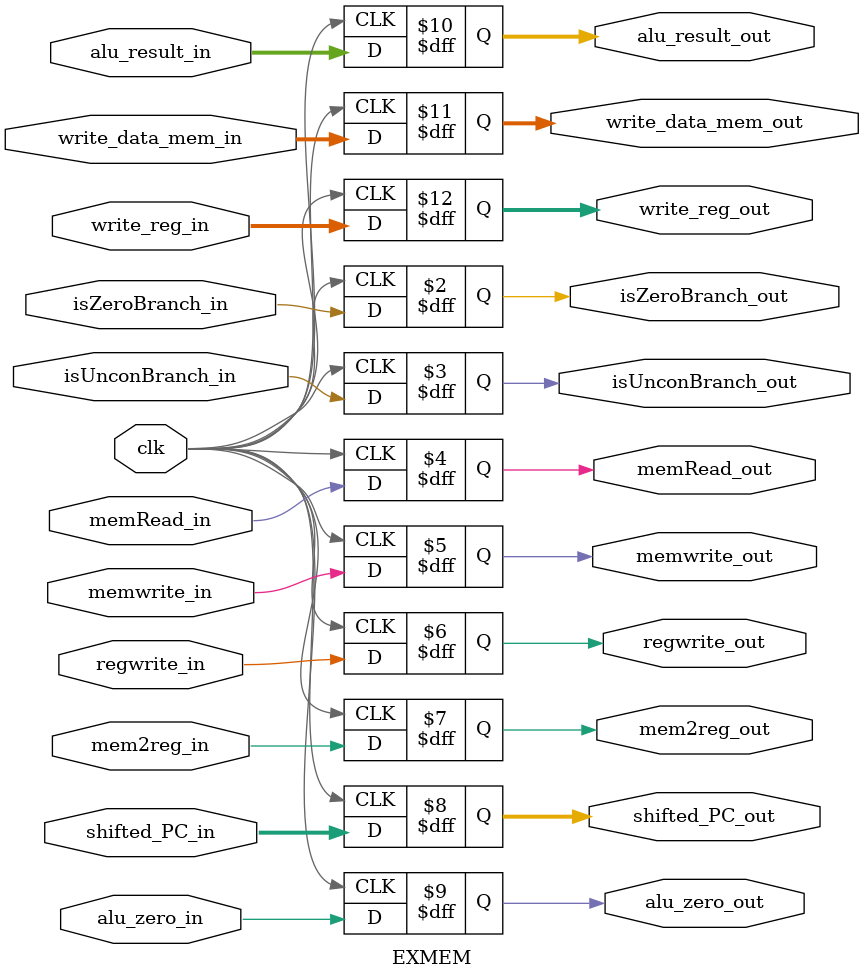
<source format=v>
module EXMEM (
    input clk,
    input isZeroBranch_in,
    input isUnconBranch_in,
    input memRead_in,
    input memwrite_in,
    input regwrite_in,
    input mem2reg_in,
    input [31:0] shifted_PC_in,
    input alu_zero_in,
    input [31:0] alu_result_in,
    input [31:0] write_data_mem_in,
    input [4:0] write_reg_in,
    output reg isZeroBranch_out, 	// M Stage
    output reg isUnconBranch_out, // M Stage
    output reg memRead_out, 		// M Stage
    output reg memwrite_out, 		// M Stage
    output reg regwrite_out,		// WB Stage
    output reg mem2reg_out,		// WB Stage
	output reg [31:0] shifted_PC_out,
    output reg alu_zero_out,
	output reg [31:0] alu_result_out,
	output reg [31:0] write_data_mem_out,
    output reg [4:0] write_reg_out
);
	always @(negedge clk) begin
		/* Values for M */
		isZeroBranch_out <= isZeroBranch_in;
		isUnconBranch_out <= isUnconBranch_in;
		memRead_out <= memRead_in;
		memwrite_out <= memwrite_in;

		/* Values for WB */
		regwrite_out <= regwrite_in;
		mem2reg_out <= mem2reg_in;

		/* Values for all Stages */
		shifted_PC_out <= shifted_PC_in;
		alu_zero_out <= alu_zero_in;
		alu_result_out <= alu_result_in;
		write_data_mem_out <= write_data_mem_in;
		write_reg_out <= write_reg_in;
	end
endmodule


</source>
